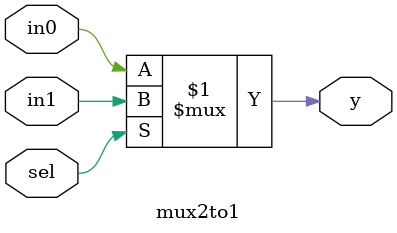
<source format=v>
module mux2to1(input sel, in0, in1,
               output y);
  
  assign y = sel ? in1 : in0;
  
endmodule
               

</source>
